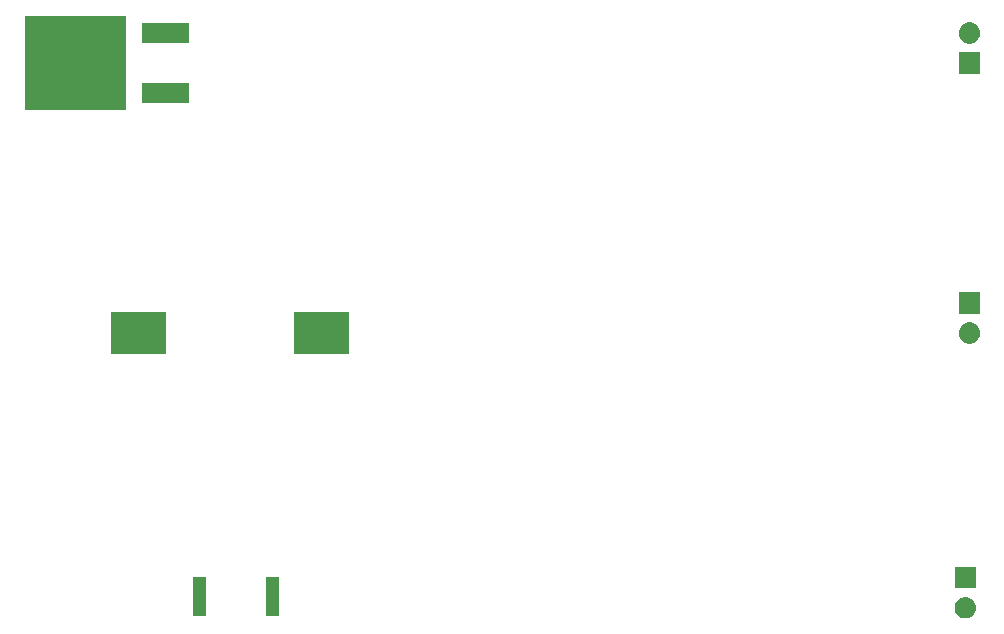
<source format=gbr>
G04 #@! TF.GenerationSoftware,KiCad,Pcbnew,5.0.2-bee76a0~70~ubuntu16.04.1*
G04 #@! TF.CreationDate,2018-12-03T21:57:15-05:00*
G04 #@! TF.ProjectId,BMS_balancing_test,424d535f-6261-46c6-916e-63696e675f74,rev?*
G04 #@! TF.SameCoordinates,Original*
G04 #@! TF.FileFunction,Soldermask,Top*
G04 #@! TF.FilePolarity,Negative*
%FSLAX46Y46*%
G04 Gerber Fmt 4.6, Leading zero omitted, Abs format (unit mm)*
G04 Created by KiCad (PCBNEW 5.0.2-bee76a0~70~ubuntu16.04.1) date Mon 03 Dec 2018 09:57:15 PM EST*
%MOMM*%
%LPD*%
G01*
G04 APERTURE LIST*
%ADD10C,0.100000*%
G04 APERTURE END LIST*
D10*
G36*
X149610442Y-101105518D02*
X149676627Y-101112037D01*
X149789853Y-101146384D01*
X149846467Y-101163557D01*
X149985087Y-101237652D01*
X150002991Y-101247222D01*
X150038729Y-101276552D01*
X150140186Y-101359814D01*
X150223448Y-101461271D01*
X150252778Y-101497009D01*
X150252779Y-101497011D01*
X150336443Y-101653533D01*
X150336443Y-101653534D01*
X150387963Y-101823373D01*
X150405359Y-102000000D01*
X150387963Y-102176627D01*
X150353616Y-102289853D01*
X150336443Y-102346467D01*
X150262348Y-102485087D01*
X150252778Y-102502991D01*
X150223448Y-102538729D01*
X150140186Y-102640186D01*
X150038729Y-102723448D01*
X150002991Y-102752778D01*
X150002989Y-102752779D01*
X149846467Y-102836443D01*
X149789853Y-102853616D01*
X149676627Y-102887963D01*
X149610443Y-102894481D01*
X149544260Y-102901000D01*
X149455740Y-102901000D01*
X149389558Y-102894482D01*
X149323373Y-102887963D01*
X149210147Y-102853616D01*
X149153533Y-102836443D01*
X148997011Y-102752779D01*
X148997009Y-102752778D01*
X148961271Y-102723448D01*
X148859814Y-102640186D01*
X148776552Y-102538729D01*
X148747222Y-102502991D01*
X148737652Y-102485087D01*
X148663557Y-102346467D01*
X148646384Y-102289853D01*
X148612037Y-102176627D01*
X148594641Y-102000000D01*
X148612037Y-101823373D01*
X148663557Y-101653534D01*
X148663557Y-101653533D01*
X148747221Y-101497011D01*
X148747222Y-101497009D01*
X148776552Y-101461271D01*
X148859814Y-101359814D01*
X148961271Y-101276552D01*
X148997009Y-101247222D01*
X149014913Y-101237652D01*
X149153533Y-101163557D01*
X149210147Y-101146384D01*
X149323373Y-101112037D01*
X149389558Y-101105518D01*
X149455740Y-101099000D01*
X149544260Y-101099000D01*
X149610442Y-101105518D01*
X149610442Y-101105518D01*
G37*
G36*
X91421369Y-102664552D02*
X90319369Y-102664552D01*
X90319369Y-99362552D01*
X91421369Y-99362552D01*
X91421369Y-102664552D01*
X91421369Y-102664552D01*
G37*
G36*
X85221369Y-102664552D02*
X84119369Y-102664552D01*
X84119369Y-99362552D01*
X85221369Y-99362552D01*
X85221369Y-102664552D01*
X85221369Y-102664552D01*
G37*
G36*
X150401000Y-100361000D02*
X148599000Y-100361000D01*
X148599000Y-98559000D01*
X150401000Y-98559000D01*
X150401000Y-100361000D01*
X150401000Y-100361000D01*
G37*
G36*
X81791000Y-80491000D02*
X77189000Y-80491000D01*
X77189000Y-76989000D01*
X81791000Y-76989000D01*
X81791000Y-80491000D01*
X81791000Y-80491000D01*
G37*
G36*
X97291000Y-80491000D02*
X92689000Y-80491000D01*
X92689000Y-76989000D01*
X97291000Y-76989000D01*
X97291000Y-80491000D01*
X97291000Y-80491000D01*
G37*
G36*
X149970443Y-77845519D02*
X150036627Y-77852037D01*
X150149853Y-77886384D01*
X150206467Y-77903557D01*
X150345087Y-77977652D01*
X150362991Y-77987222D01*
X150398729Y-78016552D01*
X150500186Y-78099814D01*
X150583448Y-78201271D01*
X150612778Y-78237009D01*
X150612779Y-78237011D01*
X150696443Y-78393533D01*
X150696443Y-78393534D01*
X150747963Y-78563373D01*
X150765359Y-78740000D01*
X150747963Y-78916627D01*
X150713616Y-79029853D01*
X150696443Y-79086467D01*
X150622348Y-79225087D01*
X150612778Y-79242991D01*
X150583448Y-79278729D01*
X150500186Y-79380186D01*
X150398729Y-79463448D01*
X150362991Y-79492778D01*
X150362989Y-79492779D01*
X150206467Y-79576443D01*
X150149853Y-79593616D01*
X150036627Y-79627963D01*
X149970442Y-79634482D01*
X149904260Y-79641000D01*
X149815740Y-79641000D01*
X149749558Y-79634482D01*
X149683373Y-79627963D01*
X149570147Y-79593616D01*
X149513533Y-79576443D01*
X149357011Y-79492779D01*
X149357009Y-79492778D01*
X149321271Y-79463448D01*
X149219814Y-79380186D01*
X149136552Y-79278729D01*
X149107222Y-79242991D01*
X149097652Y-79225087D01*
X149023557Y-79086467D01*
X149006384Y-79029853D01*
X148972037Y-78916627D01*
X148954641Y-78740000D01*
X148972037Y-78563373D01*
X149023557Y-78393534D01*
X149023557Y-78393533D01*
X149107221Y-78237011D01*
X149107222Y-78237009D01*
X149136552Y-78201271D01*
X149219814Y-78099814D01*
X149321271Y-78016552D01*
X149357009Y-77987222D01*
X149374913Y-77977652D01*
X149513533Y-77903557D01*
X149570147Y-77886384D01*
X149683373Y-77852037D01*
X149749557Y-77845519D01*
X149815740Y-77839000D01*
X149904260Y-77839000D01*
X149970443Y-77845519D01*
X149970443Y-77845519D01*
G37*
G36*
X150761000Y-77101000D02*
X148959000Y-77101000D01*
X148959000Y-75299000D01*
X150761000Y-75299000D01*
X150761000Y-77101000D01*
X150761000Y-77101000D01*
G37*
G36*
X78466000Y-59866000D02*
X69854000Y-59866000D01*
X69854000Y-51894000D01*
X78466000Y-51894000D01*
X78466000Y-59866000D01*
X78466000Y-59866000D01*
G37*
G36*
X83741000Y-59296000D02*
X79829000Y-59296000D01*
X79829000Y-57544000D01*
X83741000Y-57544000D01*
X83741000Y-59296000D01*
X83741000Y-59296000D01*
G37*
G36*
X150761000Y-56781000D02*
X148959000Y-56781000D01*
X148959000Y-54979000D01*
X150761000Y-54979000D01*
X150761000Y-56781000D01*
X150761000Y-56781000D01*
G37*
G36*
X149970443Y-52445519D02*
X150036627Y-52452037D01*
X150149853Y-52486384D01*
X150206467Y-52503557D01*
X150345087Y-52577652D01*
X150362991Y-52587222D01*
X150398729Y-52616552D01*
X150500186Y-52699814D01*
X150583448Y-52801271D01*
X150612778Y-52837009D01*
X150612779Y-52837011D01*
X150696443Y-52993533D01*
X150696443Y-52993534D01*
X150747963Y-53163373D01*
X150765359Y-53340000D01*
X150747963Y-53516627D01*
X150713616Y-53629853D01*
X150696443Y-53686467D01*
X150622348Y-53825087D01*
X150612778Y-53842991D01*
X150583448Y-53878729D01*
X150500186Y-53980186D01*
X150398729Y-54063448D01*
X150362991Y-54092778D01*
X150362989Y-54092779D01*
X150206467Y-54176443D01*
X150149853Y-54193616D01*
X150036627Y-54227963D01*
X149970442Y-54234482D01*
X149904260Y-54241000D01*
X149815740Y-54241000D01*
X149749558Y-54234482D01*
X149683373Y-54227963D01*
X149570147Y-54193616D01*
X149513533Y-54176443D01*
X149357011Y-54092779D01*
X149357009Y-54092778D01*
X149321271Y-54063448D01*
X149219814Y-53980186D01*
X149136552Y-53878729D01*
X149107222Y-53842991D01*
X149097652Y-53825087D01*
X149023557Y-53686467D01*
X149006384Y-53629853D01*
X148972037Y-53516627D01*
X148954641Y-53340000D01*
X148972037Y-53163373D01*
X149023557Y-52993534D01*
X149023557Y-52993533D01*
X149107221Y-52837011D01*
X149107222Y-52837009D01*
X149136552Y-52801271D01*
X149219814Y-52699814D01*
X149321271Y-52616552D01*
X149357009Y-52587222D01*
X149374913Y-52577652D01*
X149513533Y-52503557D01*
X149570147Y-52486384D01*
X149683373Y-52452037D01*
X149749558Y-52445518D01*
X149815740Y-52439000D01*
X149904260Y-52439000D01*
X149970443Y-52445519D01*
X149970443Y-52445519D01*
G37*
G36*
X83741000Y-54216000D02*
X79829000Y-54216000D01*
X79829000Y-52464000D01*
X83741000Y-52464000D01*
X83741000Y-54216000D01*
X83741000Y-54216000D01*
G37*
M02*

</source>
